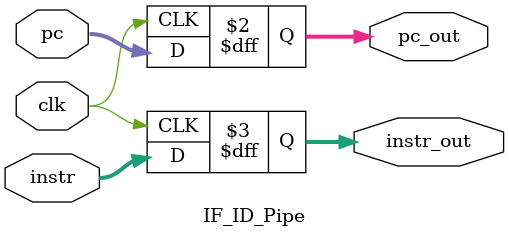
<source format=v>
module IF_ID_Pipe (
    input wire clk,
    input wire [31:0] pc,
    input wire [31:0] instr,
    output reg [31:0] pc_out,
    output reg [31:0] instr_out
);

    always @(posedge clk) begin
        pc_out <= pc;
        instr_out <= instr;
    end

endmodule

</source>
